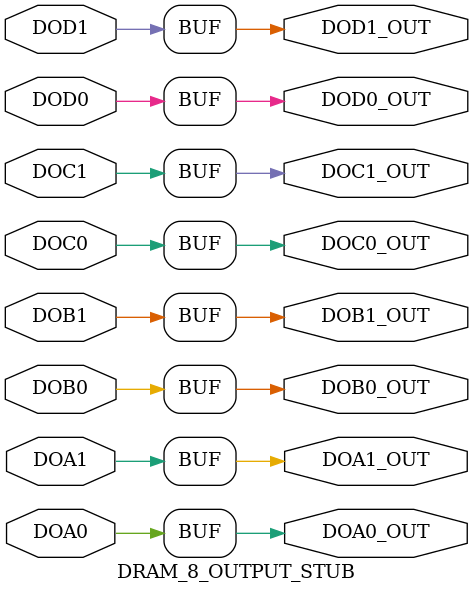
<source format=v>
module DRAM_8_OUTPUT_STUB(
    input DOA1, DOB1, DOC1, DOD1, DOA0, DOB0, DOC0, DOD0,
    output DOA1_OUT, DOB1_OUT, DOC1_OUT, DOD1_OUT, DOA0_OUT, DOB0_OUT, DOC0_OUT, DOD0_OUT
);
  assign DOA1_OUT = DOA1;
  assign DOB1_OUT = DOB1;
  assign DOC1_OUT = DOC1;
  assign DOD1_OUT = DOD1;
  assign DOA0_OUT = DOA0;
  assign DOB0_OUT = DOB0;
  assign DOC0_OUT = DOC0;
  assign DOD0_OUT = DOD0;
endmodule
</source>
